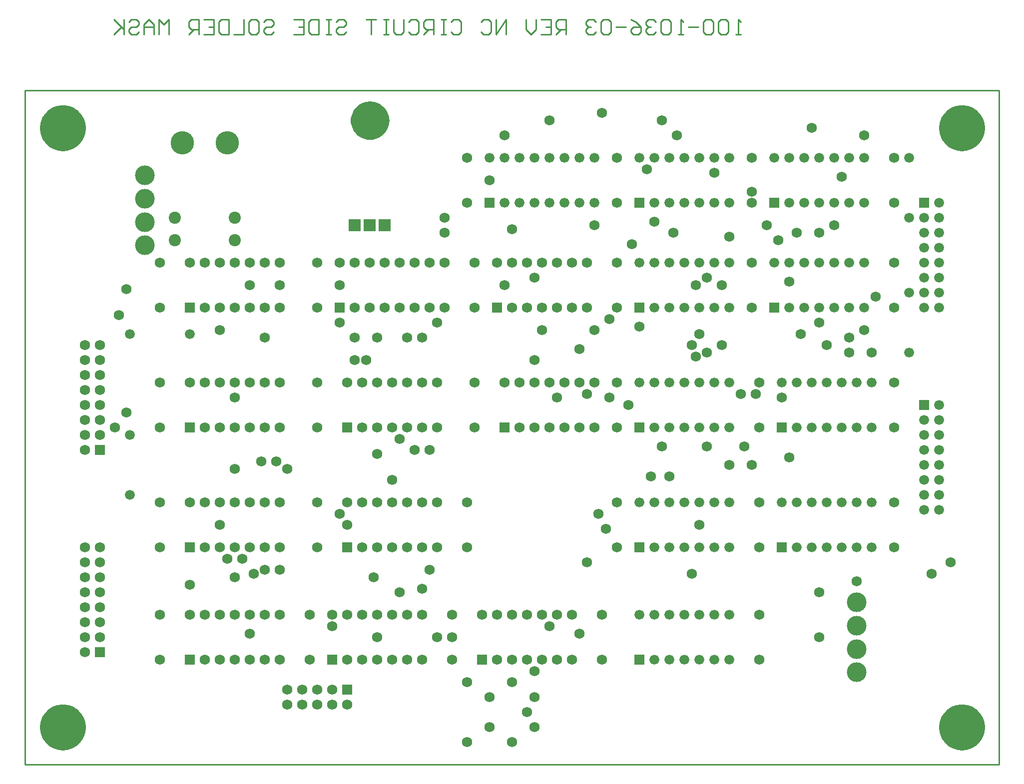
<source format=gbs>
*%FSLAX23Y23*%
*%MOIN*%
G01*
%ADD11C,0.006*%
%ADD12C,0.007*%
%ADD13C,0.008*%
%ADD14C,0.010*%
%ADD15C,0.012*%
%ADD16C,0.020*%
%ADD17C,0.036*%
%ADD18C,0.042*%
%ADD19C,0.050*%
%ADD20C,0.056*%
%ADD21C,0.062*%
%ADD22C,0.066*%
%ADD23C,0.068*%
%ADD24C,0.070*%
%ADD25C,0.075*%
%ADD26C,0.081*%
%ADD27C,0.090*%
%ADD28C,0.120*%
%ADD29C,0.125*%
%ADD30C,0.131*%
%ADD31C,0.140*%
%ADD32C,0.150*%
%ADD33C,0.156*%
%ADD34C,0.160*%
%ADD35C,0.250*%
%ADD36C,0.250*%
%ADD37R,0.062X0.062*%
%ADD38R,0.068X0.068*%
%ADD39R,0.075X0.075*%
%ADD40R,0.081X0.081*%
%ADD41R,0.250X0.250*%
D14*
X11358Y10288D02*
X11391D01*
X11374D02*
X11358D01*
X11374D02*
Y10388D01*
X11375D01*
X11374D02*
X11391Y10371D01*
X11308D02*
X11291Y10388D01*
X11258D01*
X11241Y10371D01*
Y10305D01*
X11258Y10288D01*
X11291D01*
X11308Y10305D01*
Y10371D01*
X11208D02*
X11191Y10388D01*
X11158D01*
X11141Y10371D01*
Y10305D01*
X11158Y10288D01*
X11191D01*
X11208Y10305D01*
Y10371D01*
X11108Y10338D02*
X11041D01*
X11008Y10288D02*
X10974D01*
X10991D01*
Y10388D01*
X10992D01*
X10991D02*
X11008Y10371D01*
X10924D02*
X10908Y10388D01*
X10874D01*
X10858Y10371D01*
Y10305D01*
X10874Y10288D01*
X10908D01*
X10924Y10305D01*
Y10371D01*
X10825D02*
X10808Y10388D01*
X10775D01*
X10758Y10371D01*
Y10355D01*
X10759D01*
X10758D02*
X10759D01*
X10758D02*
X10759D01*
X10758D02*
X10775Y10338D01*
X10791D01*
X10775D01*
X10758Y10321D01*
Y10305D01*
X10775Y10288D01*
X10808D01*
X10825Y10305D01*
X10691Y10371D02*
X10658Y10388D01*
X10691Y10371D02*
X10725Y10338D01*
Y10305D01*
X10708Y10288D01*
X10675D01*
X10658Y10305D01*
Y10321D01*
X10675Y10338D01*
X10725D01*
X10625D02*
X10558D01*
X10525Y10371D02*
X10508Y10388D01*
X10475D01*
X10458Y10371D01*
Y10305D01*
X10475Y10288D01*
X10508D01*
X10525Y10305D01*
Y10371D01*
X10425D02*
X10408Y10388D01*
X10375D01*
X10358Y10371D01*
Y10355D01*
X10359D01*
X10358D02*
X10359D01*
X10358D02*
X10359D01*
X10358D02*
X10375Y10338D01*
X10391D01*
X10375D01*
X10358Y10321D01*
Y10305D01*
X10375Y10288D01*
X10408D01*
X10425Y10305D01*
X10225Y10288D02*
Y10388D01*
X10175D01*
X10158Y10371D01*
Y10338D01*
X10175Y10321D01*
X10225D01*
X10191D02*
X10158Y10288D01*
X10125Y10388D02*
X10058D01*
X10125D02*
Y10288D01*
X10058D01*
X10091Y10338D02*
X10125D01*
X10025Y10321D02*
Y10388D01*
Y10321D02*
X9991Y10288D01*
X9958Y10321D01*
Y10388D01*
X9825D02*
Y10288D01*
X9758D02*
X9825Y10388D01*
X9758D02*
Y10288D01*
X9658Y10371D02*
X9675Y10388D01*
X9708D01*
X9725Y10371D01*
Y10305D01*
X9708Y10288D01*
X9675D01*
X9658Y10305D01*
X9475Y10388D02*
X9458Y10371D01*
X9475Y10388D02*
X9508D01*
X9525Y10371D01*
Y10305D01*
X9508Y10288D01*
X9475D01*
X9458Y10305D01*
X9425Y10388D02*
X9392D01*
X9408D01*
Y10288D01*
X9425D01*
X9392D01*
X9342D02*
Y10388D01*
X9292D01*
X9275Y10371D01*
Y10338D01*
X9292Y10321D01*
X9342D01*
X9308D02*
X9275Y10288D01*
X9175Y10371D02*
X9192Y10388D01*
X9225D01*
X9242Y10371D01*
Y10305D01*
X9225Y10288D01*
X9192D01*
X9175Y10305D01*
X9142D02*
Y10388D01*
Y10305D02*
X9125Y10288D01*
X9092D01*
X9075Y10305D01*
Y10388D01*
X9042D02*
X9008D01*
X9025D01*
Y10288D01*
X9042D01*
X9008D01*
X8958Y10388D02*
X8892D01*
X8925D01*
Y10288D01*
X8709Y10388D02*
X8692Y10371D01*
X8709Y10388D02*
X8742D01*
X8759Y10371D01*
Y10355D01*
X8742Y10338D01*
X8709D01*
X8692Y10321D01*
Y10305D01*
X8709Y10288D01*
X8742D01*
X8759Y10305D01*
X8659Y10388D02*
X8625D01*
X8642D01*
Y10288D01*
X8659D01*
X8625D01*
X8575D02*
Y10388D01*
Y10288D02*
X8525D01*
X8509Y10305D01*
Y10371D01*
X8525Y10388D01*
X8575D01*
X8475D02*
X8409D01*
X8475D02*
Y10288D01*
X8409D01*
X8442Y10338D02*
X8475D01*
X8225Y10388D02*
X8209Y10371D01*
X8225Y10388D02*
X8259D01*
X8275Y10371D01*
Y10355D01*
X8259Y10338D01*
X8225D01*
X8209Y10321D01*
Y10305D01*
X8225Y10288D01*
X8259D01*
X8275Y10305D01*
X8159Y10388D02*
X8125D01*
X8159D02*
X8175Y10371D01*
Y10305D01*
X8159Y10288D01*
X8125D01*
X8109Y10305D01*
Y10371D01*
X8125Y10388D01*
X8075D02*
Y10288D01*
X8009D01*
X7975D02*
Y10388D01*
Y10288D02*
X7925D01*
X7909Y10305D01*
Y10371D01*
X7925Y10388D01*
X7975D01*
X7875D02*
X7809D01*
X7875D02*
Y10288D01*
X7809D01*
X7842Y10338D02*
X7875D01*
X7776Y10288D02*
Y10388D01*
X7726D01*
X7709Y10371D01*
Y10338D01*
X7726Y10321D01*
X7776D01*
X7742D02*
X7709Y10288D01*
X7576D02*
Y10388D01*
X7542Y10355D01*
X7509Y10388D01*
Y10288D01*
X7476D02*
Y10355D01*
X7442Y10388D01*
X7409Y10355D01*
Y10288D01*
Y10338D01*
X7476D01*
X7326Y10388D02*
X7309Y10371D01*
X7326Y10388D02*
X7359D01*
X7376Y10371D01*
Y10355D01*
X7359Y10338D01*
X7326D01*
X7309Y10321D01*
Y10305D01*
X7326Y10288D01*
X7359D01*
X7376Y10305D01*
X7276Y10288D02*
Y10388D01*
Y10321D02*
Y10288D01*
Y10321D02*
X7209Y10388D01*
X7259Y10338D01*
X7209Y10288D01*
X13116Y9913D02*
Y5413D01*
X6616D02*
Y9913D01*
Y5413D02*
X13116D01*
Y9913D02*
X6616D01*
D19*
X12738Y9663D02*
X12739D01*
X12738D02*
X12738Y9653D01*
X12740Y9642D01*
X12742Y9632D01*
X12745Y9622D01*
X12748Y9613D01*
X12753Y9604D01*
X12758Y9595D01*
X12764Y9586D01*
X12770Y9578D01*
X12777Y9571D01*
X12785Y9564D01*
X12793Y9558D01*
X12802Y9552D01*
X12811Y9547D01*
X12821Y9543D01*
X12830Y9540D01*
X12840Y9538D01*
X12851Y9536D01*
X12861Y9535D01*
X12871D01*
X12881Y9536D01*
X12892Y9538D01*
X12902Y9540D01*
X12911Y9543D01*
X12921Y9547D01*
X12930Y9552D01*
X12939Y9558D01*
X12947Y9564D01*
X12955Y9571D01*
X12962Y9578D01*
X12968Y9586D01*
X12974Y9595D01*
X12979Y9604D01*
X12984Y9613D01*
X12987Y9622D01*
X12990Y9632D01*
X12992Y9642D01*
X12994Y9653D01*
X12994Y9663D01*
X12995D01*
X12994D02*
X12994Y9673D01*
X12992Y9684D01*
X12990Y9694D01*
X12987Y9704D01*
X12984Y9713D01*
X12979Y9722D01*
X12974Y9731D01*
X12968Y9740D01*
X12962Y9748D01*
X12955Y9755D01*
X12947Y9762D01*
X12939Y9768D01*
X12930Y9774D01*
X12921Y9779D01*
X12911Y9783D01*
X12902Y9786D01*
X12892Y9788D01*
X12881Y9790D01*
X12871Y9791D01*
X12861D01*
X12851Y9790D01*
X12840Y9788D01*
X12830Y9786D01*
X12821Y9783D01*
X12811Y9779D01*
X12802Y9774D01*
X12793Y9768D01*
X12785Y9762D01*
X12777Y9755D01*
X12770Y9748D01*
X12764Y9740D01*
X12758Y9731D01*
X12753Y9722D01*
X12748Y9713D01*
X12745Y9704D01*
X12742Y9694D01*
X12740Y9684D01*
X12738Y9673D01*
X12738Y9663D01*
X12786D02*
X12787D01*
X12786D02*
X12787Y9654D01*
X12788Y9645D01*
X12791Y9636D01*
X12795Y9627D01*
X12799Y9619D01*
X12805Y9612D01*
X12811Y9605D01*
X12818Y9599D01*
X12826Y9594D01*
X12834Y9590D01*
X12843Y9586D01*
X12852Y9584D01*
X12861Y9583D01*
X12871D01*
X12880Y9584D01*
X12889Y9586D01*
X12898Y9590D01*
X12906Y9594D01*
X12914Y9599D01*
X12921Y9605D01*
X12927Y9612D01*
X12933Y9619D01*
X12937Y9627D01*
X12941Y9636D01*
X12944Y9645D01*
X12945Y9654D01*
X12946Y9663D01*
X12947D01*
X12946D02*
X12945Y9672D01*
X12944Y9681D01*
X12941Y9690D01*
X12937Y9699D01*
X12933Y9707D01*
X12927Y9714D01*
X12921Y9721D01*
X12914Y9727D01*
X12906Y9732D01*
X12898Y9736D01*
X12889Y9740D01*
X12880Y9742D01*
X12871Y9743D01*
X12861D01*
X12852Y9742D01*
X12843Y9740D01*
X12834Y9736D01*
X12826Y9732D01*
X12818Y9727D01*
X12811Y9721D01*
X12805Y9714D01*
X12799Y9707D01*
X12795Y9699D01*
X12791Y9690D01*
X12788Y9681D01*
X12787Y9672D01*
X12786Y9663D01*
X12834D02*
X12835D01*
X12834D02*
X12835Y9656D01*
X12837Y9650D01*
X12840Y9644D01*
X12845Y9639D01*
X12850Y9635D01*
X12856Y9633D01*
X12863Y9631D01*
X12869D01*
X12876Y9633D01*
X12882Y9635D01*
X12887Y9639D01*
X12892Y9644D01*
X12895Y9650D01*
X12897Y9656D01*
X12898Y9663D01*
X12899D01*
X12898D02*
X12897Y9670D01*
X12895Y9676D01*
X12892Y9682D01*
X12887Y9687D01*
X12882Y9691D01*
X12876Y9693D01*
X12869Y9695D01*
X12863D01*
X12856Y9693D01*
X12850Y9691D01*
X12845Y9687D01*
X12840Y9682D01*
X12837Y9676D01*
X12835Y9670D01*
X12834Y9663D01*
X12866D02*
D03*
X12738Y5663D02*
X12739D01*
X12738D02*
X12738Y5653D01*
X12740Y5642D01*
X12742Y5632D01*
X12745Y5622D01*
X12748Y5613D01*
X12753Y5604D01*
X12758Y5595D01*
X12764Y5586D01*
X12770Y5578D01*
X12777Y5571D01*
X12785Y5564D01*
X12793Y5558D01*
X12802Y5552D01*
X12811Y5547D01*
X12821Y5543D01*
X12830Y5540D01*
X12840Y5538D01*
X12851Y5536D01*
X12861Y5535D01*
X12871D01*
X12881Y5536D01*
X12892Y5538D01*
X12902Y5540D01*
X12911Y5543D01*
X12921Y5547D01*
X12930Y5552D01*
X12939Y5558D01*
X12947Y5564D01*
X12955Y5571D01*
X12962Y5578D01*
X12968Y5586D01*
X12974Y5595D01*
X12979Y5604D01*
X12984Y5613D01*
X12987Y5622D01*
X12990Y5632D01*
X12992Y5642D01*
X12994Y5653D01*
X12994Y5663D01*
X12995D01*
X12994D02*
X12994Y5673D01*
X12992Y5684D01*
X12990Y5694D01*
X12987Y5704D01*
X12984Y5713D01*
X12979Y5722D01*
X12974Y5731D01*
X12968Y5740D01*
X12962Y5748D01*
X12955Y5755D01*
X12947Y5762D01*
X12939Y5768D01*
X12930Y5774D01*
X12921Y5779D01*
X12911Y5783D01*
X12902Y5786D01*
X12892Y5788D01*
X12881Y5790D01*
X12871Y5791D01*
X12861D01*
X12851Y5790D01*
X12840Y5788D01*
X12830Y5786D01*
X12821Y5783D01*
X12811Y5779D01*
X12802Y5774D01*
X12793Y5768D01*
X12785Y5762D01*
X12777Y5755D01*
X12770Y5748D01*
X12764Y5740D01*
X12758Y5731D01*
X12753Y5722D01*
X12748Y5713D01*
X12745Y5704D01*
X12742Y5694D01*
X12740Y5684D01*
X12738Y5673D01*
X12738Y5663D01*
X12786D02*
X12787D01*
X12786D02*
X12787Y5654D01*
X12788Y5645D01*
X12791Y5636D01*
X12795Y5627D01*
X12799Y5619D01*
X12805Y5612D01*
X12811Y5605D01*
X12818Y5599D01*
X12826Y5594D01*
X12834Y5590D01*
X12843Y5586D01*
X12852Y5584D01*
X12861Y5583D01*
X12871D01*
X12880Y5584D01*
X12889Y5586D01*
X12898Y5590D01*
X12906Y5594D01*
X12914Y5599D01*
X12921Y5605D01*
X12927Y5612D01*
X12933Y5619D01*
X12937Y5627D01*
X12941Y5636D01*
X12944Y5645D01*
X12945Y5654D01*
X12946Y5663D01*
X12947D01*
X12946D02*
X12945Y5672D01*
X12944Y5681D01*
X12941Y5690D01*
X12937Y5699D01*
X12933Y5707D01*
X12927Y5714D01*
X12921Y5721D01*
X12914Y5727D01*
X12906Y5732D01*
X12898Y5736D01*
X12889Y5740D01*
X12880Y5742D01*
X12871Y5743D01*
X12861D01*
X12852Y5742D01*
X12843Y5740D01*
X12834Y5736D01*
X12826Y5732D01*
X12818Y5727D01*
X12811Y5721D01*
X12805Y5714D01*
X12799Y5707D01*
X12795Y5699D01*
X12791Y5690D01*
X12788Y5681D01*
X12787Y5672D01*
X12786Y5663D01*
X12834D02*
X12835D01*
X12834D02*
X12835Y5656D01*
X12837Y5650D01*
X12840Y5644D01*
X12845Y5639D01*
X12850Y5635D01*
X12856Y5633D01*
X12863Y5631D01*
X12869D01*
X12876Y5633D01*
X12882Y5635D01*
X12887Y5639D01*
X12892Y5644D01*
X12895Y5650D01*
X12897Y5656D01*
X12898Y5663D01*
X12899D01*
X12898D02*
X12897Y5670D01*
X12895Y5676D01*
X12892Y5682D01*
X12887Y5687D01*
X12882Y5691D01*
X12876Y5693D01*
X12869Y5695D01*
X12863D01*
X12856Y5693D01*
X12850Y5691D01*
X12845Y5687D01*
X12840Y5682D01*
X12837Y5676D01*
X12835Y5670D01*
X12834Y5663D01*
X12866D02*
D03*
X6738Y9663D02*
X6739D01*
X6738D02*
X6738Y9653D01*
X6740Y9642D01*
X6742Y9632D01*
X6745Y9622D01*
X6748Y9613D01*
X6753Y9604D01*
X6758Y9595D01*
X6764Y9586D01*
X6770Y9578D01*
X6777Y9571D01*
X6785Y9564D01*
X6793Y9558D01*
X6802Y9552D01*
X6811Y9547D01*
X6821Y9543D01*
X6830Y9540D01*
X6840Y9538D01*
X6851Y9536D01*
X6861Y9535D01*
X6871D01*
X6881Y9536D01*
X6892Y9538D01*
X6902Y9540D01*
X6911Y9543D01*
X6921Y9547D01*
X6930Y9552D01*
X6939Y9558D01*
X6947Y9564D01*
X6955Y9571D01*
X6962Y9578D01*
X6968Y9586D01*
X6974Y9595D01*
X6979Y9604D01*
X6984Y9613D01*
X6987Y9622D01*
X6990Y9632D01*
X6992Y9642D01*
X6994Y9653D01*
X6994Y9663D01*
X6995D01*
X6994D02*
X6994Y9673D01*
X6992Y9684D01*
X6990Y9694D01*
X6987Y9704D01*
X6984Y9713D01*
X6979Y9722D01*
X6974Y9731D01*
X6968Y9740D01*
X6962Y9748D01*
X6955Y9755D01*
X6947Y9762D01*
X6939Y9768D01*
X6930Y9774D01*
X6921Y9779D01*
X6911Y9783D01*
X6902Y9786D01*
X6892Y9788D01*
X6881Y9790D01*
X6871Y9791D01*
X6861D01*
X6851Y9790D01*
X6840Y9788D01*
X6830Y9786D01*
X6821Y9783D01*
X6811Y9779D01*
X6802Y9774D01*
X6793Y9768D01*
X6785Y9762D01*
X6777Y9755D01*
X6770Y9748D01*
X6764Y9740D01*
X6758Y9731D01*
X6753Y9722D01*
X6748Y9713D01*
X6745Y9704D01*
X6742Y9694D01*
X6740Y9684D01*
X6738Y9673D01*
X6738Y9663D01*
X6786D02*
X6787D01*
X6786D02*
X6787Y9654D01*
X6788Y9645D01*
X6791Y9636D01*
X6795Y9627D01*
X6799Y9619D01*
X6805Y9612D01*
X6811Y9605D01*
X6818Y9599D01*
X6826Y9594D01*
X6834Y9590D01*
X6843Y9586D01*
X6852Y9584D01*
X6861Y9583D01*
X6871D01*
X6880Y9584D01*
X6889Y9586D01*
X6898Y9590D01*
X6906Y9594D01*
X6914Y9599D01*
X6921Y9605D01*
X6927Y9612D01*
X6933Y9619D01*
X6937Y9627D01*
X6941Y9636D01*
X6944Y9645D01*
X6945Y9654D01*
X6946Y9663D01*
X6947D01*
X6946D02*
X6945Y9672D01*
X6944Y9681D01*
X6941Y9690D01*
X6937Y9699D01*
X6933Y9707D01*
X6927Y9714D01*
X6921Y9721D01*
X6914Y9727D01*
X6906Y9732D01*
X6898Y9736D01*
X6889Y9740D01*
X6880Y9742D01*
X6871Y9743D01*
X6861D01*
X6852Y9742D01*
X6843Y9740D01*
X6834Y9736D01*
X6826Y9732D01*
X6818Y9727D01*
X6811Y9721D01*
X6805Y9714D01*
X6799Y9707D01*
X6795Y9699D01*
X6791Y9690D01*
X6788Y9681D01*
X6787Y9672D01*
X6786Y9663D01*
X6834D02*
X6835D01*
X6834D02*
X6835Y9656D01*
X6837Y9650D01*
X6840Y9644D01*
X6845Y9639D01*
X6850Y9635D01*
X6856Y9633D01*
X6863Y9631D01*
X6869D01*
X6876Y9633D01*
X6882Y9635D01*
X6887Y9639D01*
X6892Y9644D01*
X6895Y9650D01*
X6897Y9656D01*
X6898Y9663D01*
X6899D01*
X6898D02*
X6897Y9670D01*
X6895Y9676D01*
X6892Y9682D01*
X6887Y9687D01*
X6882Y9691D01*
X6876Y9693D01*
X6869Y9695D01*
X6863D01*
X6856Y9693D01*
X6850Y9691D01*
X6845Y9687D01*
X6840Y9682D01*
X6837Y9676D01*
X6835Y9670D01*
X6834Y9663D01*
X6866D02*
D03*
X6738Y5663D02*
X6739D01*
X6738D02*
X6738Y5653D01*
X6740Y5642D01*
X6742Y5632D01*
X6745Y5622D01*
X6748Y5613D01*
X6753Y5604D01*
X6758Y5595D01*
X6764Y5586D01*
X6770Y5578D01*
X6777Y5571D01*
X6785Y5564D01*
X6793Y5558D01*
X6802Y5552D01*
X6811Y5547D01*
X6821Y5543D01*
X6830Y5540D01*
X6840Y5538D01*
X6851Y5536D01*
X6861Y5535D01*
X6871D01*
X6881Y5536D01*
X6892Y5538D01*
X6902Y5540D01*
X6911Y5543D01*
X6921Y5547D01*
X6930Y5552D01*
X6939Y5558D01*
X6947Y5564D01*
X6955Y5571D01*
X6962Y5578D01*
X6968Y5586D01*
X6974Y5595D01*
X6979Y5604D01*
X6984Y5613D01*
X6987Y5622D01*
X6990Y5632D01*
X6992Y5642D01*
X6994Y5653D01*
X6994Y5663D01*
X6995D01*
X6994D02*
X6994Y5673D01*
X6992Y5684D01*
X6990Y5694D01*
X6987Y5704D01*
X6984Y5713D01*
X6979Y5722D01*
X6974Y5731D01*
X6968Y5740D01*
X6962Y5748D01*
X6955Y5755D01*
X6947Y5762D01*
X6939Y5768D01*
X6930Y5774D01*
X6921Y5779D01*
X6911Y5783D01*
X6902Y5786D01*
X6892Y5788D01*
X6881Y5790D01*
X6871Y5791D01*
X6861D01*
X6851Y5790D01*
X6840Y5788D01*
X6830Y5786D01*
X6821Y5783D01*
X6811Y5779D01*
X6802Y5774D01*
X6793Y5768D01*
X6785Y5762D01*
X6777Y5755D01*
X6770Y5748D01*
X6764Y5740D01*
X6758Y5731D01*
X6753Y5722D01*
X6748Y5713D01*
X6745Y5704D01*
X6742Y5694D01*
X6740Y5684D01*
X6738Y5673D01*
X6738Y5663D01*
X6786D02*
X6787D01*
X6786D02*
X6787Y5654D01*
X6788Y5645D01*
X6791Y5636D01*
X6795Y5627D01*
X6799Y5619D01*
X6805Y5612D01*
X6811Y5605D01*
X6818Y5599D01*
X6826Y5594D01*
X6834Y5590D01*
X6843Y5586D01*
X6852Y5584D01*
X6861Y5583D01*
X6871D01*
X6880Y5584D01*
X6889Y5586D01*
X6898Y5590D01*
X6906Y5594D01*
X6914Y5599D01*
X6921Y5605D01*
X6927Y5612D01*
X6933Y5619D01*
X6937Y5627D01*
X6941Y5636D01*
X6944Y5645D01*
X6945Y5654D01*
X6946Y5663D01*
X6947D01*
X6946D02*
X6945Y5672D01*
X6944Y5681D01*
X6941Y5690D01*
X6937Y5699D01*
X6933Y5707D01*
X6927Y5714D01*
X6921Y5721D01*
X6914Y5727D01*
X6906Y5732D01*
X6898Y5736D01*
X6889Y5740D01*
X6880Y5742D01*
X6871Y5743D01*
X6861D01*
X6852Y5742D01*
X6843Y5740D01*
X6834Y5736D01*
X6826Y5732D01*
X6818Y5727D01*
X6811Y5721D01*
X6805Y5714D01*
X6799Y5707D01*
X6795Y5699D01*
X6791Y5690D01*
X6788Y5681D01*
X6787Y5672D01*
X6786Y5663D01*
X6834D02*
X6835D01*
X6834D02*
X6835Y5656D01*
X6837Y5650D01*
X6840Y5644D01*
X6845Y5639D01*
X6850Y5635D01*
X6856Y5633D01*
X6863Y5631D01*
X6869D01*
X6876Y5633D01*
X6882Y5635D01*
X6887Y5639D01*
X6892Y5644D01*
X6895Y5650D01*
X6897Y5656D01*
X6898Y5663D01*
X6899D01*
X6898D02*
X6897Y5670D01*
X6895Y5676D01*
X6892Y5682D01*
X6887Y5687D01*
X6882Y5691D01*
X6876Y5693D01*
X6869Y5695D01*
X6863D01*
X6856Y5693D01*
X6850Y5691D01*
X6845Y5687D01*
X6840Y5682D01*
X6837Y5676D01*
X6835Y5670D01*
X6834Y5663D01*
X6866D02*
D03*
X8813Y9713D02*
X8814D01*
X8813D02*
X8813Y9703D01*
X8815Y9694D01*
X8817Y9684D01*
X8820Y9675D01*
X8824Y9666D01*
X8829Y9657D01*
X8835Y9649D01*
X8841Y9642D01*
X8849Y9635D01*
X8856Y9629D01*
X8864Y9624D01*
X8873Y9619D01*
X8882Y9616D01*
X8892Y9613D01*
X8901Y9611D01*
X8911Y9610D01*
X8921D01*
X8931Y9611D01*
X8940Y9613D01*
X8950Y9616D01*
X8959Y9619D01*
X8968Y9624D01*
X8976Y9629D01*
X8983Y9635D01*
X8991Y9642D01*
X8997Y9649D01*
X9003Y9657D01*
X9008Y9666D01*
X9012Y9675D01*
X9015Y9684D01*
X9017Y9694D01*
X9019Y9703D01*
X9019Y9713D01*
X9020D01*
X9019D02*
X9019Y9723D01*
X9017Y9732D01*
X9015Y9742D01*
X9012Y9751D01*
X9008Y9760D01*
X9003Y9769D01*
X8997Y9777D01*
X8991Y9784D01*
X8983Y9791D01*
X8976Y9797D01*
X8968Y9802D01*
X8959Y9807D01*
X8950Y9810D01*
X8940Y9813D01*
X8931Y9815D01*
X8921Y9816D01*
X8911D01*
X8901Y9815D01*
X8892Y9813D01*
X8882Y9810D01*
X8873Y9807D01*
X8864Y9802D01*
X8856Y9797D01*
X8849Y9791D01*
X8841Y9784D01*
X8835Y9777D01*
X8829Y9769D01*
X8824Y9760D01*
X8820Y9751D01*
X8817Y9742D01*
X8815Y9732D01*
X8813Y9723D01*
X8813Y9713D01*
X8861D02*
X8862D01*
X8861D02*
X8862Y9705D01*
X8863Y9697D01*
X8866Y9689D01*
X8871Y9682D01*
X8876Y9676D01*
X8882Y9670D01*
X8888Y9665D01*
X8896Y9662D01*
X8904Y9659D01*
X8912Y9658D01*
X8920D01*
X8928Y9659D01*
X8936Y9662D01*
X8944Y9665D01*
X8950Y9670D01*
X8956Y9676D01*
X8961Y9682D01*
X8966Y9689D01*
X8969Y9697D01*
X8970Y9705D01*
X8971Y9713D01*
X8972D01*
X8971D02*
X8970Y9721D01*
X8969Y9729D01*
X8966Y9737D01*
X8961Y9744D01*
X8956Y9750D01*
X8950Y9756D01*
X8944Y9761D01*
X8936Y9764D01*
X8928Y9767D01*
X8920Y9768D01*
X8912D01*
X8904Y9767D01*
X8896Y9764D01*
X8888Y9761D01*
X8882Y9756D01*
X8876Y9750D01*
X8871Y9744D01*
X8866Y9737D01*
X8863Y9729D01*
X8862Y9721D01*
X8861Y9713D01*
X8909D02*
X8910D01*
X8909D02*
X8909Y9711D01*
X8911Y9709D01*
X8912Y9707D01*
X8915Y9706D01*
X8917D01*
X8920Y9707D01*
X8921Y9709D01*
X8923Y9711D01*
X8923Y9713D01*
X8924D01*
X8923D02*
X8923Y9715D01*
X8921Y9717D01*
X8920Y9719D01*
X8917Y9720D01*
X8915D01*
X8912Y9719D01*
X8911Y9717D01*
X8909Y9715D01*
X8909Y9713D01*
D22*
X12516Y9063D02*
D03*
Y9463D02*
D03*
X12716Y9163D02*
D03*
X12616Y9063D02*
D03*
X12716D02*
D03*
X12616Y8963D02*
D03*
X12716D02*
D03*
X12616Y8863D02*
D03*
X12716D02*
D03*
X12616Y8763D02*
D03*
X12716D02*
D03*
X12616Y8663D02*
D03*
X12716D02*
D03*
X12616Y8563D02*
D03*
X12716D02*
D03*
X12616Y8463D02*
D03*
X12716D02*
D03*
X12516Y8563D02*
D03*
Y8163D02*
D03*
X12716Y7813D02*
D03*
X12616Y7713D02*
D03*
X12716D02*
D03*
X12616Y7613D02*
D03*
X12716D02*
D03*
X12616Y7513D02*
D03*
X12716D02*
D03*
X12616Y7413D02*
D03*
X12716D02*
D03*
X12616Y7313D02*
D03*
X12716D02*
D03*
X12616Y7213D02*
D03*
X12716D02*
D03*
X12616Y7113D02*
D03*
X12716D02*
D03*
X10916Y9163D02*
D03*
X10716Y9463D02*
D03*
X10816D02*
D03*
X10916D02*
D03*
X11016D02*
D03*
X11116D02*
D03*
X11216D02*
D03*
X11316D02*
D03*
Y9163D02*
D03*
X11216D02*
D03*
X11116D02*
D03*
X11016D02*
D03*
X10816D02*
D03*
X11816D02*
D03*
X11616Y9463D02*
D03*
X11716D02*
D03*
X11816D02*
D03*
X11916D02*
D03*
X12016D02*
D03*
X12116D02*
D03*
X12216D02*
D03*
Y9163D02*
D03*
X12116D02*
D03*
X12016D02*
D03*
X11916D02*
D03*
X11716D02*
D03*
X10916Y8463D02*
D03*
X10716Y8763D02*
D03*
X10816D02*
D03*
X10916D02*
D03*
X11016D02*
D03*
X11116D02*
D03*
X11216D02*
D03*
X11316D02*
D03*
Y8463D02*
D03*
X11216D02*
D03*
X11116D02*
D03*
X11016D02*
D03*
X10816D02*
D03*
X11816D02*
D03*
X11616Y8763D02*
D03*
X11716D02*
D03*
X11816D02*
D03*
X11916D02*
D03*
X12016D02*
D03*
X12116D02*
D03*
X12216D02*
D03*
Y8463D02*
D03*
X12116D02*
D03*
X12016D02*
D03*
X11916D02*
D03*
X11716D02*
D03*
X10916Y7663D02*
D03*
X10716Y7963D02*
D03*
X10816D02*
D03*
X10916D02*
D03*
X11016D02*
D03*
X11116D02*
D03*
X11216D02*
D03*
X11316D02*
D03*
Y7663D02*
D03*
X11216D02*
D03*
X11116D02*
D03*
X11016D02*
D03*
X10816D02*
D03*
X11866D02*
D03*
X11666Y7963D02*
D03*
X11766D02*
D03*
X11866D02*
D03*
X11966D02*
D03*
X12066D02*
D03*
X12166D02*
D03*
X12266D02*
D03*
Y7663D02*
D03*
X12166D02*
D03*
X12066D02*
D03*
X11966D02*
D03*
X11766D02*
D03*
X10916Y6113D02*
D03*
X10716Y6413D02*
D03*
X10816D02*
D03*
X10916D02*
D03*
X11016D02*
D03*
X11116D02*
D03*
X11216D02*
D03*
X11316D02*
D03*
Y6113D02*
D03*
X11216D02*
D03*
X11116D02*
D03*
X11016D02*
D03*
X10816D02*
D03*
X10916Y6863D02*
D03*
X10716Y7163D02*
D03*
X10816D02*
D03*
X10916D02*
D03*
X11016D02*
D03*
X11116D02*
D03*
X11216D02*
D03*
X11316D02*
D03*
Y6863D02*
D03*
X11216D02*
D03*
X11116D02*
D03*
X11016D02*
D03*
X10816D02*
D03*
X11866D02*
D03*
X11666Y7163D02*
D03*
X11766D02*
D03*
X11866D02*
D03*
X11966D02*
D03*
X12066D02*
D03*
X12166D02*
D03*
X12266D02*
D03*
Y6863D02*
D03*
X12166D02*
D03*
X12066D02*
D03*
X11966D02*
D03*
X11766D02*
D03*
X9716Y9463D02*
D03*
X9816D02*
D03*
X9916D02*
D03*
X10016D02*
D03*
X10116D02*
D03*
X10216D02*
D03*
X10316D02*
D03*
X10416D02*
D03*
Y9163D02*
D03*
X10316D02*
D03*
X10216D02*
D03*
X10116D02*
D03*
X10016D02*
D03*
X9916D02*
D03*
X9816D02*
D03*
X7316Y8288D02*
D03*
X7716D02*
D03*
X7316Y7613D02*
D03*
Y7213D02*
D03*
D23*
X12666Y6688D02*
D03*
X12791Y6763D02*
D03*
X12291Y8538D02*
D03*
X12216Y9613D02*
D03*
X12266Y8163D02*
D03*
X12116Y8263D02*
D03*
Y8163D02*
D03*
X12216Y8313D02*
D03*
X12166Y6638D02*
D03*
X12066Y9338D02*
D03*
X12016Y9013D02*
D03*
X11916Y8963D02*
D03*
Y8363D02*
D03*
X11966Y8213D02*
D03*
X11866Y9663D02*
D03*
X11766Y8963D02*
D03*
X11716Y8638D02*
D03*
X11791Y8288D02*
D03*
X11716Y7463D02*
D03*
X11566Y9013D02*
D03*
X11666Y7863D02*
D03*
X11641Y8913D02*
D03*
X11491Y7888D02*
D03*
X11466Y9238D02*
D03*
X11416Y7538D02*
D03*
X11391Y7888D02*
D03*
X11316Y8938D02*
D03*
X11466Y7413D02*
D03*
X11316D02*
D03*
X11216Y9363D02*
D03*
X11166Y8663D02*
D03*
Y7538D02*
D03*
Y8163D02*
D03*
X11266Y8213D02*
D03*
Y8613D02*
D03*
X11116Y8288D02*
D03*
Y7013D02*
D03*
X10966Y9613D02*
D03*
X10941Y8963D02*
D03*
X11066Y8213D02*
D03*
X11091Y8613D02*
D03*
Y8138D02*
D03*
X10916Y7338D02*
D03*
X11066Y6688D02*
D03*
X10766Y9388D02*
D03*
X10866Y9713D02*
D03*
X10816Y9038D02*
D03*
X10866Y7538D02*
D03*
X10716Y8338D02*
D03*
X10791Y7338D02*
D03*
X10641Y7813D02*
D03*
X10666Y8888D02*
D03*
X10516Y7863D02*
D03*
Y8388D02*
D03*
X10466Y9763D02*
D03*
X10416Y9013D02*
D03*
X10366Y7888D02*
D03*
X10316Y8188D02*
D03*
X10416Y8313D02*
D03*
X10316Y6288D02*
D03*
X10441Y7088D02*
D03*
X10366Y6763D02*
D03*
X10491Y6988D02*
D03*
X10166Y7863D02*
D03*
X10116Y9713D02*
D03*
X10016Y8663D02*
D03*
X10066Y8313D02*
D03*
X10016Y8113D02*
D03*
X10116Y6338D02*
D03*
X10016Y6038D02*
D03*
X9966Y5763D02*
D03*
X9816Y9613D02*
D03*
Y8613D02*
D03*
X9866Y8988D02*
D03*
X9716Y9313D02*
D03*
X9366Y8363D02*
D03*
Y6263D02*
D03*
X9466D02*
D03*
X9166Y8263D02*
D03*
X9266D02*
D03*
Y6588D02*
D03*
X9316Y7513D02*
D03*
X9216D02*
D03*
X9316Y6713D02*
D03*
X8966Y8263D02*
D03*
X9116Y7588D02*
D03*
X8966Y6263D02*
D03*
X9116Y6563D02*
D03*
X9066Y7313D02*
D03*
X8966Y7488D02*
D03*
X8816Y8263D02*
D03*
X8891Y8113D02*
D03*
X8816D02*
D03*
X8766Y7013D02*
D03*
X8941Y6663D02*
D03*
X8716Y8613D02*
D03*
Y8363D02*
D03*
X8666Y6338D02*
D03*
X8716Y7088D02*
D03*
X8366Y7388D02*
D03*
X8216Y8263D02*
D03*
X8316Y8613D02*
D03*
X8191Y7438D02*
D03*
X8291D02*
D03*
X8316Y6713D02*
D03*
X8216D02*
D03*
X8016Y7863D02*
D03*
X8116Y8613D02*
D03*
Y6288D02*
D03*
X8016Y7388D02*
D03*
Y6663D02*
D03*
X8066Y6788D02*
D03*
X8141Y6688D02*
D03*
X7966Y6788D02*
D03*
X7916Y8313D02*
D03*
Y7013D02*
D03*
X7716Y6613D02*
D03*
X7291Y7763D02*
D03*
Y8588D02*
D03*
X7216Y7663D02*
D03*
X7241Y8413D02*
D03*
X12416Y9163D02*
D03*
Y9463D02*
D03*
Y8463D02*
D03*
Y8763D02*
D03*
Y7663D02*
D03*
Y7963D02*
D03*
X11916Y6263D02*
D03*
Y6563D02*
D03*
X12416Y6863D02*
D03*
Y7163D02*
D03*
X11466Y9163D02*
D03*
Y9463D02*
D03*
X10566Y9163D02*
D03*
Y9463D02*
D03*
Y8463D02*
D03*
Y8763D02*
D03*
X11466Y8463D02*
D03*
Y8763D02*
D03*
X10566Y7663D02*
D03*
Y7963D02*
D03*
X11516Y7663D02*
D03*
Y7963D02*
D03*
Y6113D02*
D03*
Y6413D02*
D03*
X10566Y6863D02*
D03*
Y7163D02*
D03*
X11516Y6863D02*
D03*
Y7163D02*
D03*
X10466Y6113D02*
D03*
Y6413D02*
D03*
X9566Y9163D02*
D03*
Y9463D02*
D03*
X9966Y8463D02*
D03*
X9766Y8763D02*
D03*
X9866D02*
D03*
X9966D02*
D03*
X10066D02*
D03*
X10166D02*
D03*
X10266D02*
D03*
X10366D02*
D03*
Y8463D02*
D03*
X10266D02*
D03*
X10166D02*
D03*
X10066D02*
D03*
X9866D02*
D03*
X10016Y7663D02*
D03*
X9816Y7963D02*
D03*
X9916D02*
D03*
X10016D02*
D03*
X10116D02*
D03*
X10216D02*
D03*
X10316D02*
D03*
X10416D02*
D03*
Y7663D02*
D03*
X10316D02*
D03*
X10216D02*
D03*
X10116D02*
D03*
X9916D02*
D03*
X8966D02*
D03*
X8766Y7963D02*
D03*
X8866D02*
D03*
X8966D02*
D03*
X9066D02*
D03*
X9166D02*
D03*
X9266D02*
D03*
X9366D02*
D03*
Y7663D02*
D03*
X9266D02*
D03*
X9166D02*
D03*
X9066D02*
D03*
X8866D02*
D03*
X9416Y8963D02*
D03*
Y9063D02*
D03*
X9616Y8463D02*
D03*
Y8763D02*
D03*
Y7663D02*
D03*
Y7963D02*
D03*
X8966Y6863D02*
D03*
X8766Y7163D02*
D03*
X8866D02*
D03*
X8966D02*
D03*
X9066D02*
D03*
X9166D02*
D03*
X9266D02*
D03*
X9366D02*
D03*
Y6863D02*
D03*
X9266D02*
D03*
X9166D02*
D03*
X9066D02*
D03*
X8866D02*
D03*
X9866Y6113D02*
D03*
X9666Y6413D02*
D03*
X9766D02*
D03*
X9866D02*
D03*
X9966D02*
D03*
X10066D02*
D03*
X10166D02*
D03*
X10266D02*
D03*
Y6113D02*
D03*
X10166D02*
D03*
X10066D02*
D03*
X9966D02*
D03*
X9766D02*
D03*
X9566Y6863D02*
D03*
Y7163D02*
D03*
X9466Y6113D02*
D03*
Y6413D02*
D03*
X10016Y5863D02*
D03*
Y5663D02*
D03*
X9716Y5863D02*
D03*
Y5663D02*
D03*
X9566Y5563D02*
D03*
Y5963D02*
D03*
X9866Y5563D02*
D03*
Y5963D02*
D03*
X8466Y5813D02*
D03*
X8766D02*
D03*
X8666Y5913D02*
D03*
Y5813D02*
D03*
X8566Y5913D02*
D03*
Y5813D02*
D03*
X8466Y5913D02*
D03*
X8366D02*
D03*
Y5813D02*
D03*
X8716Y8763D02*
D03*
X8816D02*
D03*
X8916D02*
D03*
X9016D02*
D03*
X9116D02*
D03*
X9216D02*
D03*
X9316D02*
D03*
X9416D02*
D03*
Y8463D02*
D03*
X9316D02*
D03*
X9216D02*
D03*
X9116D02*
D03*
X9016D02*
D03*
X8916D02*
D03*
X8816D02*
D03*
X7916D02*
D03*
X7716Y8763D02*
D03*
X7816D02*
D03*
X7916D02*
D03*
X8016D02*
D03*
X8116D02*
D03*
X8216D02*
D03*
X8316D02*
D03*
Y8463D02*
D03*
X8216D02*
D03*
X8116D02*
D03*
X8016D02*
D03*
X7816D02*
D03*
X7916Y7663D02*
D03*
X7716Y7963D02*
D03*
X7816D02*
D03*
X7916D02*
D03*
X8016D02*
D03*
X8116D02*
D03*
X8216D02*
D03*
X8316D02*
D03*
Y7663D02*
D03*
X8216D02*
D03*
X8116D02*
D03*
X8016D02*
D03*
X7816D02*
D03*
X7516Y8463D02*
D03*
Y8763D02*
D03*
X8566Y8463D02*
D03*
Y8763D02*
D03*
X7516Y7663D02*
D03*
Y7963D02*
D03*
X8566Y7663D02*
D03*
Y7963D02*
D03*
X7916Y6863D02*
D03*
X7716Y7163D02*
D03*
X7816D02*
D03*
X7916D02*
D03*
X8016D02*
D03*
X8116D02*
D03*
X8216D02*
D03*
X8316D02*
D03*
Y6863D02*
D03*
X8216D02*
D03*
X8116D02*
D03*
X8016D02*
D03*
X7816D02*
D03*
X7916Y6113D02*
D03*
X7716Y6413D02*
D03*
X7816D02*
D03*
X7916D02*
D03*
X8016D02*
D03*
X8116D02*
D03*
X8216D02*
D03*
X8316D02*
D03*
Y6113D02*
D03*
X8216D02*
D03*
X8116D02*
D03*
X8016D02*
D03*
X7816D02*
D03*
X7516Y6863D02*
D03*
Y7163D02*
D03*
X8566Y6863D02*
D03*
Y7163D02*
D03*
X7516Y6113D02*
D03*
Y6413D02*
D03*
X8516Y6113D02*
D03*
Y6413D02*
D03*
X8866Y6113D02*
D03*
X8666Y6413D02*
D03*
X8766D02*
D03*
X8866D02*
D03*
X8966D02*
D03*
X9066D02*
D03*
X9166D02*
D03*
X9266D02*
D03*
Y6113D02*
D03*
X9166D02*
D03*
X9066D02*
D03*
X8966D02*
D03*
X8766D02*
D03*
X7016Y6163D02*
D03*
X7116Y6263D02*
D03*
X7016D02*
D03*
X7116Y6363D02*
D03*
X7016D02*
D03*
X7116Y6463D02*
D03*
X7016D02*
D03*
X7116Y6563D02*
D03*
X7016D02*
D03*
X7116Y6663D02*
D03*
X7016D02*
D03*
X7116Y6763D02*
D03*
X7016D02*
D03*
X7116Y6863D02*
D03*
X7016D02*
D03*
Y7513D02*
D03*
X7116Y7613D02*
D03*
X7016D02*
D03*
X7116Y7713D02*
D03*
X7016D02*
D03*
X7116Y7813D02*
D03*
X7016D02*
D03*
X7116Y7913D02*
D03*
X7016D02*
D03*
X7116Y8013D02*
D03*
X7016D02*
D03*
X7116Y8113D02*
D03*
X7016D02*
D03*
X7116Y8213D02*
D03*
X7016D02*
D03*
D26*
X7616Y8913D02*
D03*
X8016D02*
D03*
X7616Y9063D02*
D03*
X8016D02*
D03*
D30*
X12166Y6341D02*
D03*
Y6029D02*
D03*
Y6497D02*
D03*
Y6185D02*
D03*
X7416Y9035D02*
D03*
Y9347D02*
D03*
Y8879D02*
D03*
Y9191D02*
D03*
D33*
X7666Y9563D02*
D03*
X7966D02*
D03*
D38*
X12616Y9163D02*
D03*
Y7813D02*
D03*
X10716Y9163D02*
D03*
X11616D02*
D03*
X10716Y8463D02*
D03*
X11616D02*
D03*
X10716Y7663D02*
D03*
X11666D02*
D03*
X10716Y6113D02*
D03*
Y6863D02*
D03*
X11666D02*
D03*
X9716Y9163D02*
D03*
X9766Y8463D02*
D03*
X9816Y7663D02*
D03*
X8766D02*
D03*
Y6863D02*
D03*
X9666Y6113D02*
D03*
X8766Y5913D02*
D03*
X8716Y8463D02*
D03*
X7716D02*
D03*
Y7663D02*
D03*
Y6863D02*
D03*
Y6113D02*
D03*
X8666D02*
D03*
X7116Y6163D02*
D03*
Y7513D02*
D03*
D40*
X9016Y9013D02*
D03*
X8916D02*
D03*
X8816D02*
D03*
M02*

</source>
